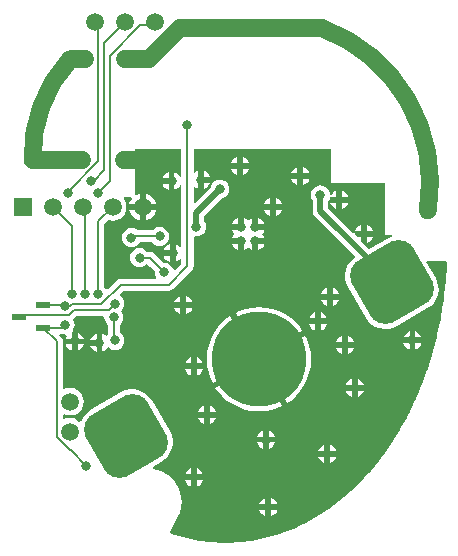
<source format=gbl>
%FSLAX44Y44*%
%MOMM*%
G71*
G01*
G75*
G04 Layer_Physical_Order=2*
G04 Layer_Color=16711680*
%ADD10C,1.5000*%
%ADD11R,0.8000X0.9000*%
%ADD12R,0.9000X0.8000*%
%ADD13R,1.0500X0.2500*%
%ADD14R,0.2500X1.0500*%
%ADD15R,2.5000X2.5000*%
%ADD16R,1.5000X1.3000*%
%ADD17R,0.8000X1.1000*%
%ADD18R,1.1000X0.8000*%
G04:AMPARAMS|DCode=19|XSize=2.5mm|YSize=2mm|CornerRadius=0.5mm|HoleSize=0mm|Usage=FLASHONLY|Rotation=0.000|XOffset=0mm|YOffset=0mm|HoleType=Round|Shape=RoundedRectangle|*
%AMROUNDEDRECTD19*
21,1,2.5000,1.0000,0,0,0.0*
21,1,1.5000,2.0000,0,0,0.0*
1,1,1.0000,0.7500,-0.5000*
1,1,1.0000,-0.7500,-0.5000*
1,1,1.0000,-0.7500,0.5000*
1,1,1.0000,0.7500,0.5000*
%
%ADD19ROUNDEDRECTD19*%
%ADD20R,2.0000X1.4000*%
%ADD21O,0.3000X2.1000*%
%ADD22O,2.1000X0.3000*%
%ADD23C,0.5000*%
%ADD24C,0.2000*%
%ADD25C,0.7500*%
%ADD26C,0.3000*%
%ADD27C,0.4000*%
%ADD28C,1.5000*%
%ADD29R,1.5000X1.5000*%
%ADD30C,0.8000*%
%ADD31R,1.3000X0.6000*%
%ADD32C,8.0000*%
G04:AMPARAMS|DCode=33|XSize=6mm|YSize=6mm|CornerRadius=1.5mm|HoleSize=0mm|Usage=FLASHONLY|Rotation=300.000|XOffset=0mm|YOffset=0mm|HoleType=Round|Shape=RoundedRectangle|*
%AMROUNDEDRECTD33*
21,1,6.0000,3.0000,0,0,300.0*
21,1,3.0000,6.0000,0,0,300.0*
1,1,3.0000,-0.5490,-2.0490*
1,1,3.0000,-2.0490,0.5490*
1,1,3.0000,0.5490,2.0490*
1,1,3.0000,2.0490,-0.5490*
%
%ADD33ROUNDEDRECTD33*%
G36*
X1089000Y1054000D02*
X1135000D01*
Y1011000D01*
X1136000Y1010000D01*
X1140518D01*
X1140663Y1008738D01*
X1139937Y1008569D01*
X1136528Y1007025D01*
X1121504Y998351D01*
X1116975Y1002880D01*
X1117000Y1002931D01*
X1116914Y1002942D01*
X1114500Y1005356D01*
Y1008500D01*
X1111356D01*
X1108942Y1010914D01*
X1108931Y1011000D01*
X1109109Y1012356D01*
X1107907Y1011948D01*
X1086556Y1033299D01*
Y1038722D01*
X1087564Y1039495D01*
X1088013Y1039374D01*
X1087931Y1040000D01*
X1088205Y1042088D01*
X1088376Y1042500D01*
X1093500D01*
Y1047624D01*
X1091965Y1046988D01*
X1090294Y1045706D01*
X1089213Y1044297D01*
X1087987Y1044626D01*
X1087794Y1046088D01*
X1086988Y1048035D01*
X1085706Y1049706D01*
X1084035Y1050988D01*
X1082088Y1051794D01*
X1080000Y1052069D01*
X1077912Y1051794D01*
X1075965Y1050988D01*
X1074294Y1049706D01*
X1073012Y1048035D01*
X1072206Y1046088D01*
X1071931Y1044000D01*
X1072206Y1041912D01*
X1073012Y1039966D01*
X1073444Y1039403D01*
Y1030583D01*
X1073667Y1028886D01*
X1073939Y1028232D01*
X1074322Y1027305D01*
X1075364Y1025947D01*
X1109119Y992193D01*
X1109015Y990927D01*
X1107505Y989844D01*
X1104946Y987113D01*
X1102970Y983934D01*
X1101652Y980432D01*
X1101042Y976739D01*
X1101164Y972998D01*
X1102014Y969353D01*
X1103559Y965944D01*
X1118559Y939964D01*
X1120739Y936921D01*
X1123471Y934363D01*
X1126649Y932387D01*
X1130152Y931068D01*
X1133844Y930459D01*
X1137585Y930581D01*
X1141230Y931431D01*
X1144639Y932975D01*
X1170620Y947975D01*
X1173662Y950156D01*
X1176220Y952887D01*
X1178197Y956066D01*
X1179515Y959568D01*
X1180125Y963261D01*
X1180002Y967002D01*
X1179152Y970647D01*
X1177608Y974056D01*
X1169783Y987609D01*
X1170000Y987912D01*
X1186274D01*
X1187156Y986998D01*
X1187127Y986218D01*
X1186981Y983033D01*
X1186803Y979850D01*
X1186595Y976665D01*
X1186357Y973489D01*
X1186089Y970317D01*
X1185790Y967147D01*
X1185460Y963983D01*
X1185101Y960828D01*
X1184712Y957678D01*
X1184292Y954532D01*
X1183842Y951395D01*
X1183363Y948268D01*
X1182854Y945148D01*
X1182315Y942036D01*
X1181746Y938935D01*
X1181148Y935844D01*
X1180520Y932763D01*
X1179863Y929695D01*
X1179176Y926634D01*
X1178461Y923589D01*
X1177717Y920557D01*
X1176943Y917533D01*
X1176141Y914529D01*
X1175310Y911534D01*
X1174451Y908557D01*
X1173563Y905591D01*
X1172647Y902644D01*
X1171704Y899712D01*
X1170732Y896796D01*
X1169733Y893897D01*
X1168706Y891016D01*
X1167652Y888152D01*
X1166571Y885307D01*
X1165462Y882480D01*
X1164328Y879675D01*
X1163165Y876885D01*
X1161978Y874119D01*
X1160763Y871371D01*
X1159523Y868646D01*
X1158257Y865942D01*
X1156965Y863260D01*
X1155648Y860599D01*
X1154307Y857964D01*
X1152940Y855350D01*
X1151548Y852760D01*
X1150131Y850192D01*
X1148691Y847652D01*
X1147227Y845134D01*
X1145740Y842646D01*
X1144228Y840178D01*
X1142694Y837739D01*
X1141136Y835326D01*
X1139557Y832940D01*
X1137954Y830582D01*
X1136330Y828251D01*
X1134683Y825947D01*
X1133016Y823673D01*
X1131326Y821426D01*
X1129616Y819210D01*
X1127885Y817023D01*
X1126135Y814866D01*
X1124363Y812738D01*
X1122572Y810641D01*
X1120762Y808576D01*
X1118932Y806541D01*
X1117083Y804538D01*
X1115218Y802568D01*
X1113332Y800628D01*
X1111428Y798721D01*
X1109507Y796846D01*
X1107568Y795005D01*
X1105614Y793197D01*
X1103642Y791423D01*
X1101655Y789683D01*
X1099650Y787976D01*
X1097631Y786304D01*
X1095597Y784668D01*
X1093547Y783065D01*
X1091481Y781497D01*
X1089404Y779965D01*
X1087310Y778468D01*
X1085205Y777008D01*
X1083086Y775583D01*
X1080953Y774194D01*
X1078809Y772843D01*
X1076651Y771527D01*
X1074483Y770249D01*
X1072303Y769007D01*
X1070110Y767802D01*
X1067910Y766636D01*
X1065695Y765505D01*
X1063474Y764414D01*
X1061240Y763359D01*
X1058999Y762344D01*
X1056749Y761366D01*
X1054489Y760426D01*
X1052229Y759528D01*
X1048913Y758284D01*
X1045589Y757124D01*
X1042252Y756048D01*
X1038900Y755052D01*
X1035535Y754140D01*
X1032160Y753310D01*
X1028774Y752563D01*
X1025379Y751900D01*
X1021977Y751320D01*
X1018567Y750823D01*
X1015153Y750410D01*
X1011732Y750080D01*
X1008307Y749835D01*
X1004881Y749673D01*
X1001453Y749596D01*
X998024Y749602D01*
X994597Y749693D01*
X991169Y749867D01*
X987747Y750125D01*
X984327Y750467D01*
X980912Y750893D01*
X977504Y751403D01*
X974102Y751995D01*
X970708Y752672D01*
X967324Y753431D01*
X963951Y754274D01*
X960588Y755199D01*
X957238Y756207D01*
X953903Y757296D01*
X953463Y757451D01*
X952991Y758631D01*
X960638Y773638D01*
X960687Y773813D01*
X960789Y773965D01*
X960831Y774174D01*
X960831Y774175D01*
X960831Y774175D01*
X960819Y774201D01*
X961169Y775047D01*
X962224Y779441D01*
X962579Y783945D01*
X962224Y788450D01*
X961169Y792844D01*
X959440Y797018D01*
X957079Y800871D01*
X954145Y804307D01*
X950709Y807241D01*
X946856Y809602D01*
X942682Y811331D01*
X938288Y812386D01*
X938208Y812392D01*
X937928Y813631D01*
X945453Y817975D01*
X948495Y820156D01*
X951054Y822887D01*
X953030Y826066D01*
X954349Y829568D01*
X954958Y833261D01*
X954836Y837002D01*
X953986Y840647D01*
X952441Y844056D01*
X937441Y870036D01*
X935261Y873079D01*
X932530Y875637D01*
X929351Y877613D01*
X925848Y878932D01*
X922156Y879541D01*
X918415Y879419D01*
X914770Y878569D01*
X911361Y877025D01*
X885380Y862025D01*
X882338Y859844D01*
X879780Y857113D01*
X877803Y853934D01*
X877197Y852324D01*
X875976Y851975D01*
X873800Y853645D01*
X871002Y854804D01*
X868000Y855199D01*
X864998Y854804D01*
X863154Y854040D01*
X862098Y854746D01*
Y857854D01*
X863154Y858560D01*
X864998Y857796D01*
X868000Y857401D01*
X871002Y857796D01*
X873800Y858955D01*
X876202Y860798D01*
X878045Y863200D01*
X879204Y865998D01*
X879599Y869000D01*
X879204Y872002D01*
X878045Y874800D01*
X876202Y877202D01*
X873800Y879045D01*
X871002Y880204D01*
X868000Y880599D01*
X864998Y880204D01*
X863154Y879440D01*
X862098Y880146D01*
Y920000D01*
X861774Y921627D01*
X861710Y921951D01*
X860605Y923605D01*
X858981Y925229D01*
X859467Y926402D01*
X860500D01*
X861134Y926528D01*
X861912Y926206D01*
X864000Y925931D01*
X864000Y925931D01*
X864000Y925931D01*
X864993Y925833D01*
X865498Y924668D01*
X865012Y924035D01*
X864376Y922500D01*
X869500D01*
Y927624D01*
X869911Y927795D01*
X871998Y928069D01*
X870746Y928192D01*
X870266Y929024D01*
X870988Y929966D01*
X871794Y931912D01*
X872069Y934000D01*
X871794Y936088D01*
X870988Y938035D01*
X870643Y938484D01*
X870711Y938895D01*
X873718Y941902D01*
X896259D01*
X897096Y940947D01*
X897038Y940500D01*
X897312Y938412D01*
X898119Y936466D01*
X899401Y934794D01*
X900009Y934328D01*
Y926333D01*
X899012Y925034D01*
X897415Y925696D01*
X897035Y925988D01*
X895500Y926624D01*
Y918997D01*
Y911376D01*
X897035Y912012D01*
X898706Y913294D01*
X899988Y914966D01*
X901585Y914304D01*
X901965Y914012D01*
X903912Y913206D01*
X906000Y912931D01*
X908088Y913206D01*
X910034Y914012D01*
X911706Y915294D01*
X912988Y916965D01*
X913794Y918912D01*
X914069Y921000D01*
X913794Y923088D01*
X912988Y925034D01*
X911706Y926706D01*
X910204Y927858D01*
Y934328D01*
X910812Y934794D01*
X912094Y936466D01*
X912901Y938412D01*
X913176Y940500D01*
X912901Y942588D01*
X912094Y944535D01*
X911100Y945830D01*
X911706Y946294D01*
X912988Y947965D01*
X913794Y949912D01*
X914069Y952000D01*
X913794Y954088D01*
X912988Y956034D01*
X911706Y957706D01*
X910034Y958988D01*
X909896Y959686D01*
X913112Y962902D01*
X952000D01*
X953951Y963290D01*
X955605Y964395D01*
X971105Y979895D01*
X972210Y981549D01*
X972274Y981873D01*
X972598Y983500D01*
Y1008284D01*
X973553Y1009121D01*
X975000Y1008931D01*
X977088Y1009206D01*
X979035Y1010012D01*
X980706Y1011294D01*
X981988Y1012965D01*
X982794Y1014912D01*
X983069Y1017000D01*
X982794Y1019088D01*
X981988Y1021034D01*
X981556Y1021597D01*
Y1026284D01*
X996385Y1041113D01*
X997088Y1041206D01*
X999035Y1042012D01*
X1000706Y1043294D01*
X1001988Y1044966D01*
X1002794Y1046912D01*
X1003069Y1049000D01*
X1002794Y1051088D01*
X1001988Y1053035D01*
X1000706Y1054706D01*
X999035Y1055988D01*
X997088Y1056794D01*
X995000Y1057069D01*
X992912Y1056794D01*
X990965Y1055988D01*
X989294Y1054706D01*
X988012Y1053035D01*
X987206Y1051088D01*
X987113Y1050385D01*
X973771Y1037043D01*
X972598Y1037529D01*
Y1050393D01*
X973737Y1050955D01*
X974966Y1050012D01*
X976500Y1049376D01*
Y1056998D01*
Y1064624D01*
X974966Y1063988D01*
X973737Y1063045D01*
X972598Y1063607D01*
Y1083000D01*
X1089000D01*
Y1054000D01*
D02*
G37*
G36*
X962402Y1059876D02*
X961156Y1059628D01*
X960988Y1060034D01*
X959706Y1061706D01*
X958035Y1062988D01*
X956500Y1063624D01*
Y1055997D01*
Y1048376D01*
X958035Y1049012D01*
X959706Y1050294D01*
X960988Y1051965D01*
X961156Y1052372D01*
X962402Y1052124D01*
Y1000470D01*
X961199Y1000062D01*
X960706Y1000706D01*
X959035Y1001988D01*
X957500Y1002624D01*
Y994997D01*
Y987376D01*
X959035Y988012D01*
X960706Y989294D01*
X961199Y989938D01*
X962402Y989530D01*
Y985612D01*
X956977Y980187D01*
X955794Y980589D01*
X954988Y982534D01*
X953706Y984206D01*
X952035Y985488D01*
X950088Y986294D01*
X948000Y986569D01*
X947241Y986469D01*
X939107Y994603D01*
X937453Y995708D01*
X935502Y996096D01*
X933170D01*
X932704Y996704D01*
X931033Y997986D01*
X929087Y998792D01*
X926998Y999067D01*
X924910Y998792D01*
X922964Y997986D01*
X921292Y996704D01*
X920010Y995033D01*
X919204Y993086D01*
X918929Y990998D01*
X919204Y988910D01*
X920010Y986964D01*
X921292Y985292D01*
X922964Y984010D01*
X924910Y983204D01*
X926998Y982929D01*
X929087Y983204D01*
X931033Y984010D01*
X932704Y985292D01*
X938266Y981024D01*
X938266Y981024D01*
X938266Y981024D01*
X940031Y979259D01*
X939931Y978500D01*
X940206Y976412D01*
X941012Y974465D01*
X941187Y974237D01*
X940626Y973098D01*
X911000D01*
X909049Y972710D01*
X907395Y971605D01*
X900032Y964242D01*
X898765Y964325D01*
X897706Y965706D01*
X897098Y966172D01*
Y1019688D01*
X900496Y1023087D01*
X901198Y1022796D01*
X904200Y1022401D01*
X907202Y1022796D01*
X910000Y1023955D01*
X912402Y1025798D01*
X914245Y1028200D01*
X915404Y1030998D01*
X915799Y1034000D01*
X915404Y1037002D01*
X914245Y1039800D01*
X913431Y1040861D01*
X913992Y1042000D01*
X919808D01*
X920369Y1040861D01*
X919555Y1039800D01*
X918396Y1037002D01*
X918330Y1036500D01*
X927100D01*
Y1045270D01*
X926598Y1045204D01*
X924056Y1044151D01*
X923000Y1044857D01*
Y1083000D01*
X962402D01*
Y1059876D01*
D02*
G37*
%LPC*%
G36*
X970500Y906624D02*
X968966Y905988D01*
X967294Y904706D01*
X966012Y903035D01*
X965376Y901500D01*
X970500D01*
Y906624D01*
D02*
G37*
G36*
X975500D02*
Y901500D01*
X980624D01*
X979988Y903035D01*
X978706Y904706D01*
X977035Y905988D01*
X975500Y906624D01*
D02*
G37*
G36*
X1098500Y914500D02*
X1093376D01*
X1094012Y912965D01*
X1095294Y911294D01*
X1096965Y910012D01*
X1098500Y909376D01*
Y914500D01*
D02*
G37*
G36*
X1028000Y949094D02*
X1022244Y948717D01*
X1016588Y947592D01*
X1011126Y945738D01*
X1008200Y944295D01*
X1028915Y908415D01*
X1064795Y929130D01*
X1062982Y931843D01*
X1059179Y936179D01*
X1054843Y939982D01*
X1050047Y943187D01*
X1044874Y945738D01*
X1039413Y947592D01*
X1033755Y948717D01*
X1028000Y949094D01*
D02*
G37*
G36*
X1111500Y888624D02*
Y883500D01*
X1116624D01*
X1115988Y885034D01*
X1114706Y886706D01*
X1113035Y887988D01*
X1111500Y888624D01*
D02*
G37*
G36*
X1106500D02*
X1104966Y887988D01*
X1103294Y886706D01*
X1102012Y885034D01*
X1101376Y883500D01*
X1106500D01*
Y888624D01*
D02*
G37*
G36*
X1116624Y878500D02*
X1111500D01*
Y873376D01*
X1113035Y874012D01*
X1114706Y875294D01*
X1115988Y876965D01*
X1116624Y878500D01*
D02*
G37*
G36*
X980624Y896500D02*
X975500D01*
Y891376D01*
X977035Y892012D01*
X978706Y893294D01*
X979988Y894966D01*
X980624Y896500D01*
D02*
G37*
G36*
X970500D02*
X965376D01*
X966012Y894966D01*
X967294Y893294D01*
X968966Y892012D01*
X970500Y891376D01*
Y896500D01*
D02*
G37*
G36*
X1003870Y941795D02*
X1001157Y939982D01*
X996821Y936179D01*
X993018Y931843D01*
X989813Y927047D01*
X987262Y921874D01*
X985408Y916413D01*
X984283Y910755D01*
X983906Y905000D01*
X984283Y899245D01*
X985408Y893587D01*
X987262Y888126D01*
X988705Y885200D01*
X1024585Y905915D01*
X1003870Y941795D01*
D02*
G37*
G36*
X1108624Y914500D02*
X1103500D01*
Y909376D01*
X1105034Y910012D01*
X1106706Y911294D01*
X1107988Y912965D01*
X1108624Y914500D01*
D02*
G37*
G36*
X890500Y926624D02*
X888966Y925988D01*
X887294Y924706D01*
X886012Y923035D01*
X885376Y921500D01*
X890500D01*
Y926624D01*
D02*
G37*
G36*
X1103500Y924624D02*
Y919500D01*
X1108624D01*
X1107988Y921034D01*
X1106706Y922706D01*
X1105034Y923988D01*
X1103500Y924624D01*
D02*
G37*
G36*
X874500Y927624D02*
Y922500D01*
X879624D01*
X878988Y924035D01*
X877706Y925706D01*
X876034Y926988D01*
X874500Y927624D01*
D02*
G37*
G36*
X1160500Y928624D02*
Y923500D01*
X1165624D01*
X1164988Y925034D01*
X1163706Y926706D01*
X1162035Y927988D01*
X1160500Y928624D01*
D02*
G37*
G36*
X1155500D02*
X1153966Y927988D01*
X1152294Y926706D01*
X1151012Y925034D01*
X1150376Y923500D01*
X1155500D01*
Y928624D01*
D02*
G37*
G36*
X1098500Y924624D02*
X1096965Y923988D01*
X1095294Y922706D01*
X1094012Y921034D01*
X1093376Y919500D01*
X1098500D01*
Y924624D01*
D02*
G37*
G36*
X869500Y917500D02*
X864376D01*
X865012Y915965D01*
X866294Y914294D01*
X867965Y913012D01*
X869500Y912376D01*
Y917500D01*
D02*
G37*
G36*
X890500Y916500D02*
X885376D01*
X886012Y914966D01*
X887294Y913294D01*
X888966Y912012D01*
X890500Y911376D01*
Y916500D01*
D02*
G37*
G36*
X879624Y917500D02*
X874500D01*
Y912376D01*
X876034Y913012D01*
X877706Y914294D01*
X878988Y915965D01*
X879624Y917500D01*
D02*
G37*
G36*
X1165624Y918500D02*
X1160500D01*
Y913376D01*
X1162035Y914012D01*
X1163706Y915294D01*
X1164988Y916965D01*
X1165624Y918500D01*
D02*
G37*
G36*
X1155500D02*
X1150376D01*
X1151012Y916965D01*
X1152294Y915294D01*
X1153966Y914012D01*
X1155500Y913376D01*
Y918500D01*
D02*
G37*
G36*
X1106500Y878500D02*
X1101376D01*
X1102012Y876965D01*
X1103294Y875294D01*
X1104966Y874012D01*
X1106500Y873376D01*
Y878500D01*
D02*
G37*
G36*
X975500Y812624D02*
Y807500D01*
X980624D01*
X979988Y809035D01*
X978706Y810706D01*
X977035Y811988D01*
X975500Y812624D01*
D02*
G37*
G36*
X970500D02*
X968966Y811988D01*
X967294Y810706D01*
X966012Y809035D01*
X965376Y807500D01*
X970500D01*
Y812624D01*
D02*
G37*
G36*
X1083500Y822500D02*
X1078376D01*
X1079012Y820965D01*
X1080294Y819294D01*
X1081965Y818012D01*
X1083500Y817376D01*
Y822500D01*
D02*
G37*
G36*
Y832624D02*
X1081965Y831988D01*
X1080294Y830706D01*
X1079012Y829035D01*
X1078376Y827500D01*
X1083500D01*
Y832624D01*
D02*
G37*
G36*
X1093624Y822500D02*
X1088500D01*
Y817376D01*
X1090034Y818012D01*
X1091706Y819294D01*
X1092988Y820965D01*
X1093624Y822500D01*
D02*
G37*
G36*
X980624Y802500D02*
X975500D01*
Y797376D01*
X977035Y798012D01*
X978706Y799294D01*
X979988Y800965D01*
X980624Y802500D01*
D02*
G37*
G36*
X1043624Y777500D02*
X1038500D01*
Y772376D01*
X1040034Y773012D01*
X1041706Y774294D01*
X1042988Y775965D01*
X1043624Y777500D01*
D02*
G37*
G36*
X1033500D02*
X1028376D01*
X1029012Y775965D01*
X1030294Y774294D01*
X1031965Y773012D01*
X1033500Y772376D01*
Y777500D01*
D02*
G37*
G36*
Y787624D02*
X1031965Y786988D01*
X1030294Y785706D01*
X1029012Y784035D01*
X1028376Y782500D01*
X1033500D01*
Y787624D01*
D02*
G37*
G36*
X970500Y802500D02*
X965376D01*
X966012Y800965D01*
X967294Y799294D01*
X968966Y798012D01*
X970500Y797376D01*
Y802500D01*
D02*
G37*
G36*
X1038500Y787624D02*
Y782500D01*
X1043624D01*
X1042988Y784035D01*
X1041706Y785706D01*
X1040034Y786988D01*
X1038500Y787624D01*
D02*
G37*
G36*
X981500Y865624D02*
X979966Y864988D01*
X978294Y863706D01*
X977012Y862035D01*
X976376Y860500D01*
X981500D01*
Y865624D01*
D02*
G37*
G36*
X991624Y855500D02*
X986500D01*
Y850376D01*
X988035Y851012D01*
X989706Y852294D01*
X990988Y853966D01*
X991624Y855500D01*
D02*
G37*
G36*
X986500Y865624D02*
Y860500D01*
X991624D01*
X990988Y862035D01*
X989706Y863706D01*
X988035Y864988D01*
X986500Y865624D01*
D02*
G37*
G36*
X1067295Y924800D02*
X1031415Y904085D01*
X1052130Y868205D01*
X1054843Y870018D01*
X1059179Y873821D01*
X1062982Y878157D01*
X1066187Y882953D01*
X1068738Y888126D01*
X1070592Y893587D01*
X1071717Y899245D01*
X1072094Y905000D01*
X1071717Y910755D01*
X1070592Y916413D01*
X1068738Y921874D01*
X1067295Y924800D01*
D02*
G37*
G36*
X1027085Y901585D02*
X991205Y880870D01*
X993018Y878157D01*
X996821Y873821D01*
X1001157Y870018D01*
X1005953Y866813D01*
X1011126Y864262D01*
X1016588Y862408D01*
X1022244Y861283D01*
X1028000Y860906D01*
X1033755Y861283D01*
X1039413Y862408D01*
X1044874Y864262D01*
X1047800Y865705D01*
X1027085Y901585D01*
D02*
G37*
G36*
X981500Y855500D02*
X976376D01*
X977012Y853966D01*
X978294Y852294D01*
X979966Y851012D01*
X981500Y850376D01*
Y855500D01*
D02*
G37*
G36*
X1031500Y834500D02*
X1026376D01*
X1027012Y832965D01*
X1028294Y831294D01*
X1029966Y830012D01*
X1031500Y829376D01*
Y834500D01*
D02*
G37*
G36*
X1088500Y832624D02*
Y827500D01*
X1093624D01*
X1092988Y829035D01*
X1091706Y830706D01*
X1090034Y831988D01*
X1088500Y832624D01*
D02*
G37*
G36*
X1041624Y834500D02*
X1036500D01*
Y829376D01*
X1038035Y830012D01*
X1039706Y831294D01*
X1040988Y832965D01*
X1041624Y834500D01*
D02*
G37*
G36*
X1036500Y844624D02*
Y839500D01*
X1041624D01*
X1040988Y841034D01*
X1039706Y842706D01*
X1038035Y843988D01*
X1036500Y844624D01*
D02*
G37*
G36*
X1031500D02*
X1029966Y843988D01*
X1028294Y842706D01*
X1027012Y841034D01*
X1026376Y839500D01*
X1031500D01*
Y844624D01*
D02*
G37*
G36*
X1042498Y1041621D02*
Y1036498D01*
X1047622D01*
X1046986Y1038032D01*
X1045704Y1039704D01*
X1044032Y1040986D01*
X1042498Y1041621D01*
D02*
G37*
G36*
X1037498D02*
X1035963Y1040986D01*
X1034292Y1039704D01*
X1033010Y1038032D01*
X1032374Y1036498D01*
X1037498D01*
Y1041621D01*
D02*
G37*
G36*
X932100Y1045270D02*
Y1036500D01*
X940870D01*
X940804Y1037002D01*
X939645Y1039800D01*
X937802Y1042202D01*
X935400Y1044045D01*
X932602Y1045204D01*
X932100Y1045270D01*
D02*
G37*
G36*
X951500Y1053500D02*
X946376D01*
X947012Y1051965D01*
X948294Y1050294D01*
X949966Y1049012D01*
X951500Y1048376D01*
Y1053500D01*
D02*
G37*
G36*
X1098500Y1047624D02*
Y1042500D01*
X1103624D01*
X1102988Y1044035D01*
X1101706Y1045706D01*
X1100034Y1046988D01*
X1098500Y1047624D01*
D02*
G37*
G36*
X1103624Y1037500D02*
X1098500D01*
Y1032376D01*
X1100034Y1033012D01*
X1101706Y1034294D01*
X1102988Y1035965D01*
X1103624Y1037500D01*
D02*
G37*
G36*
X940870Y1031500D02*
X932100D01*
Y1022730D01*
X932602Y1022796D01*
X935400Y1023955D01*
X937802Y1025798D01*
X939645Y1028200D01*
X940804Y1030998D01*
X940870Y1031500D01*
D02*
G37*
G36*
X927100D02*
X918330D01*
X918396Y1030998D01*
X919555Y1028200D01*
X921398Y1025798D01*
X923800Y1023955D01*
X926598Y1022796D01*
X927100Y1022730D01*
Y1031500D01*
D02*
G37*
G36*
X1037498Y1031498D02*
X1032374D01*
X1033010Y1029963D01*
X1034292Y1028292D01*
X1035963Y1027010D01*
X1037498Y1026374D01*
Y1031498D01*
D02*
G37*
G36*
X1093500Y1037500D02*
X1088376D01*
X1089012Y1035965D01*
X1090294Y1034294D01*
X1091965Y1033012D01*
X1093500Y1032376D01*
Y1037500D01*
D02*
G37*
G36*
X1047622Y1031498D02*
X1042498D01*
Y1026374D01*
X1044032Y1027010D01*
X1045704Y1028292D01*
X1046986Y1029963D01*
X1047622Y1031498D01*
D02*
G37*
G36*
X1060500Y1067624D02*
X1058966Y1066988D01*
X1057294Y1065706D01*
X1056012Y1064035D01*
X1055376Y1062500D01*
X1060500D01*
Y1067624D01*
D02*
G37*
G36*
X1019624Y1066250D02*
X1014500D01*
Y1061126D01*
X1016034Y1061762D01*
X1017706Y1063044D01*
X1018988Y1064715D01*
X1019624Y1066250D01*
D02*
G37*
G36*
X1065500Y1067624D02*
Y1062500D01*
X1070624D01*
X1069988Y1064035D01*
X1068706Y1065706D01*
X1067035Y1066988D01*
X1065500Y1067624D01*
D02*
G37*
G36*
X1014500Y1076374D02*
Y1071250D01*
X1019624D01*
X1018988Y1072785D01*
X1017706Y1074456D01*
X1016034Y1075738D01*
X1014500Y1076374D01*
D02*
G37*
G36*
X1009500D02*
X1007965Y1075738D01*
X1006294Y1074456D01*
X1005012Y1072785D01*
X1004377Y1071250D01*
X1009500D01*
Y1076374D01*
D02*
G37*
G36*
Y1066250D02*
X1004377D01*
X1005012Y1064715D01*
X1006294Y1063044D01*
X1007965Y1061762D01*
X1009500Y1061126D01*
Y1066250D01*
D02*
G37*
G36*
X1060500Y1057500D02*
X1055376D01*
X1056012Y1055965D01*
X1057294Y1054294D01*
X1058966Y1053012D01*
X1060500Y1052376D01*
Y1057500D01*
D02*
G37*
G36*
X986624Y1054500D02*
X981500D01*
Y1049376D01*
X983035Y1050012D01*
X984706Y1051294D01*
X985988Y1052965D01*
X986624Y1054500D01*
D02*
G37*
G36*
X1070624Y1057500D02*
X1065500D01*
Y1052376D01*
X1067035Y1053012D01*
X1068706Y1054294D01*
X1069988Y1055965D01*
X1070624Y1057500D01*
D02*
G37*
G36*
X981500Y1064624D02*
Y1059500D01*
X986624D01*
X985988Y1061034D01*
X984706Y1062706D01*
X983035Y1063988D01*
X981500Y1064624D01*
D02*
G37*
G36*
X951500Y1063624D02*
X949966Y1062988D01*
X948294Y1061706D01*
X947012Y1060034D01*
X946376Y1058500D01*
X951500D01*
Y1063624D01*
D02*
G37*
G36*
X1022500Y1024624D02*
X1020965Y1023988D01*
X1019294Y1022706D01*
X1018706D01*
X1017035Y1023988D01*
X1015500Y1024624D01*
Y1016998D01*
X1013002D01*
Y1014500D01*
X1005376D01*
X1006012Y1012965D01*
X1007294Y1011294D01*
Y1010706D01*
X1006012Y1009035D01*
X1005376Y1007500D01*
X1013002D01*
Y1005003D01*
X1015500D01*
Y997376D01*
X1017035Y998012D01*
X1018706Y999294D01*
X1019294D01*
X1020965Y998012D01*
X1022500Y997376D01*
Y1005003D01*
X1024997D01*
Y1007500D01*
X1032624D01*
X1031988Y1009035D01*
X1030706Y1010706D01*
Y1011294D01*
X1031988Y1012965D01*
X1032624Y1014500D01*
X1024997D01*
Y1016998D01*
X1022500D01*
Y1024624D01*
D02*
G37*
G36*
X1095624Y955500D02*
X1090500D01*
Y950376D01*
X1092035Y951012D01*
X1093706Y952294D01*
X1094988Y953966D01*
X1095624Y955500D01*
D02*
G37*
G36*
X1085500D02*
X1080376D01*
X1081012Y953966D01*
X1082294Y952294D01*
X1083966Y951012D01*
X1085500Y950376D01*
Y955500D01*
D02*
G37*
G36*
X961500Y958624D02*
X959966Y957988D01*
X958294Y956706D01*
X957012Y955034D01*
X956376Y953500D01*
X961500D01*
Y958624D01*
D02*
G37*
G36*
X1085500Y965624D02*
X1083966Y964988D01*
X1082294Y963706D01*
X1081012Y962035D01*
X1080376Y960500D01*
X1085500D01*
Y965624D01*
D02*
G37*
G36*
X966500Y958624D02*
Y953500D01*
X971624D01*
X970988Y955034D01*
X969706Y956706D01*
X968035Y957988D01*
X966500Y958624D01*
D02*
G37*
G36*
X971624Y948500D02*
X966500D01*
Y943376D01*
X968035Y944012D01*
X969706Y945294D01*
X970988Y946965D01*
X971624Y948500D01*
D02*
G37*
G36*
X1085624Y934500D02*
X1080500D01*
Y929376D01*
X1082035Y930012D01*
X1083706Y931294D01*
X1084988Y932965D01*
X1085624Y934500D01*
D02*
G37*
G36*
X1075500D02*
X1070376D01*
X1071012Y932965D01*
X1072294Y931294D01*
X1073966Y930012D01*
X1075500Y929376D01*
Y934500D01*
D02*
G37*
G36*
Y944624D02*
X1073966Y943988D01*
X1072294Y942706D01*
X1071012Y941034D01*
X1070376Y939500D01*
X1075500D01*
Y944624D01*
D02*
G37*
G36*
X961500Y948500D02*
X956376D01*
X957012Y946965D01*
X958294Y945294D01*
X959966Y944012D01*
X961500Y943376D01*
Y948500D01*
D02*
G37*
G36*
X1080500Y944624D02*
Y939500D01*
X1085624D01*
X1084988Y941034D01*
X1083706Y942706D01*
X1082035Y943988D01*
X1080500Y944624D01*
D02*
G37*
G36*
X1119500Y1018624D02*
Y1013500D01*
X1124624D01*
X1123988Y1015034D01*
X1122706Y1016706D01*
X1121034Y1017988D01*
X1119500Y1018624D01*
D02*
G37*
G36*
X1114500D02*
X1112965Y1017988D01*
X1111294Y1016706D01*
X1110012Y1015034D01*
X1109376Y1013500D01*
X1114500D01*
Y1018624D01*
D02*
G37*
G36*
X944000Y1017069D02*
X941912Y1016794D01*
X939966Y1015988D01*
X938294Y1014706D01*
X937828Y1014098D01*
X925190D01*
X924033Y1014986D01*
X922087Y1015792D01*
X919998Y1016067D01*
X917910Y1015792D01*
X915964Y1014986D01*
X914293Y1013704D01*
X913010Y1012032D01*
X912204Y1010086D01*
X911929Y1007998D01*
X912204Y1005910D01*
X913010Y1003963D01*
X914293Y1002292D01*
X915964Y1001010D01*
X917910Y1000204D01*
X919998Y999929D01*
X922087Y1000204D01*
X924033Y1001010D01*
X925704Y1002292D01*
X926939Y1003902D01*
X937828D01*
X938294Y1003294D01*
X939966Y1002012D01*
X941912Y1001206D01*
X944000Y1000931D01*
X946088Y1001206D01*
X948035Y1002012D01*
X949706Y1003294D01*
X950988Y1004966D01*
X951794Y1006912D01*
X952069Y1009000D01*
X951794Y1011088D01*
X950988Y1013035D01*
X949706Y1014706D01*
X948035Y1015988D01*
X946088Y1016794D01*
X944000Y1017069D01*
D02*
G37*
G36*
X1027500Y1024624D02*
Y1019500D01*
X1032624D01*
X1031988Y1021034D01*
X1030706Y1022706D01*
X1029035Y1023988D01*
X1027500Y1024624D01*
D02*
G37*
G36*
X1010500D02*
X1008966Y1023988D01*
X1007294Y1022706D01*
X1006012Y1021034D01*
X1005376Y1019500D01*
X1010500D01*
Y1024624D01*
D02*
G37*
G36*
X1124624Y1008500D02*
X1119500D01*
Y1003376D01*
X1121034Y1004012D01*
X1122706Y1005294D01*
X1123988Y1006965D01*
X1124624Y1008500D01*
D02*
G37*
G36*
X952500Y992500D02*
X947376D01*
X948012Y990965D01*
X949294Y989294D01*
X950965Y988012D01*
X952500Y987376D01*
Y992500D01*
D02*
G37*
G36*
X1090500Y965624D02*
Y960500D01*
X1095624D01*
X1094988Y962035D01*
X1093706Y963706D01*
X1092035Y964988D01*
X1090500Y965624D01*
D02*
G37*
G36*
X1010500Y1002500D02*
X1005376D01*
X1006012Y1000965D01*
X1007294Y999294D01*
X1008966Y998012D01*
X1010500Y997376D01*
Y1002500D01*
D02*
G37*
G36*
X952500Y1002624D02*
X950965Y1001988D01*
X949294Y1000706D01*
X948012Y999035D01*
X947376Y997500D01*
X952500D01*
Y1002624D01*
D02*
G37*
G36*
X1032624Y1002500D02*
X1027500D01*
Y997376D01*
X1029035Y998012D01*
X1030706Y999294D01*
X1031988Y1000965D01*
X1032624Y1002500D01*
D02*
G37*
%LPD*%
D10*
X868076Y1158930D02*
G03*
X836385Y1073976I88254J-81310D01*
G01*
X1170995Y1031005D02*
G03*
X1080783Y1185577I-138095J23015D01*
G01*
X935000Y1159000D02*
X961570Y1185570D01*
X914556Y1159000D02*
X935000D01*
X870076Y1158930D02*
X881000D01*
X914000Y1074000D02*
X928000D01*
X836385Y1073976D02*
X877814D01*
X961000Y1185577D02*
X1080783D01*
D23*
X1080000Y1030583D02*
Y1044000D01*
Y1030583D02*
X1140583Y970000D01*
X975000Y1017000D02*
Y1029000D01*
X995000Y1049000D01*
D24*
X857000Y839044D02*
X868044Y828000D01*
X905107Y921893D02*
X906000Y921000D01*
X905107Y921893D02*
Y940500D01*
X901000Y947000D02*
X906000Y952000D01*
X871607Y947000D02*
X901000D01*
X911000Y968000D02*
X952000D01*
X894500Y951500D02*
X911000Y968000D01*
X869743Y951500D02*
X894500D01*
X952000Y968000D02*
X967500Y983500D01*
X853400Y1034000D02*
X869998Y1017402D01*
Y959998D02*
Y1017402D01*
X867107Y942500D02*
X871607Y947000D01*
X868243Y950000D02*
X869743Y951500D01*
X824500Y941000D02*
X826000Y942500D01*
X867107D01*
X878800Y1034000D02*
X881000Y1031800D01*
Y960000D02*
Y1031800D01*
X892000Y1021800D02*
X904200Y1034000D01*
X892000Y960000D02*
Y1021800D01*
X864000Y950000D02*
X868243D01*
X864000Y934000D02*
Y935000D01*
X857000Y839044D02*
Y920000D01*
X845500Y931500D02*
X857000Y920000D01*
X860500Y931500D02*
X864000Y935000D01*
X845500Y931500D02*
X860500D01*
X845500Y950500D02*
X862500D01*
X926998Y990998D02*
X935502D01*
X948000Y978500D01*
X919998Y1007998D02*
X921000Y1009000D01*
X944000D01*
X1039998Y1033998D02*
X1041002D01*
X967000Y1103000D02*
X967500D01*
Y983500D02*
Y1103000D01*
X869000Y828000D02*
X882000Y815000D01*
X868044Y828000D02*
X869000D01*
X885998Y1055998D02*
X887998D01*
X866000Y1046000D02*
Y1046606D01*
X927600Y1187600D02*
X940000D01*
X892000Y1046000D02*
X902000Y1056000D01*
Y1162000D01*
X927600Y1187600D01*
X887998Y1055998D02*
X897000Y1065000D01*
Y1173000D01*
X914600Y1190600D01*
X866000Y1046606D02*
X892000Y1072606D01*
Y1184800D01*
X889200Y1187600D02*
X892000Y1184800D01*
D28*
X868000Y843600D02*
D03*
Y869000D02*
D03*
X914600Y1190600D02*
D03*
X940000D02*
D03*
X889200D02*
D03*
X853400Y1034000D02*
D03*
X878800D02*
D03*
X904200D02*
D03*
X929600D02*
D03*
D29*
X828000D02*
D03*
D30*
X890000Y849000D02*
D03*
X906000Y921000D02*
D03*
X905107Y940500D02*
D03*
X869998Y959998D02*
D03*
X881000Y960000D02*
D03*
X892000D02*
D03*
X906000Y952000D02*
D03*
X864000Y950000D02*
D03*
Y934000D02*
D03*
X933000Y849000D02*
D03*
X964000Y951000D02*
D03*
X1080000Y1044000D02*
D03*
X1131000Y964000D02*
D03*
X995000Y1049000D02*
D03*
X1063000Y1060000D02*
D03*
X1012000Y1068750D02*
D03*
X948000Y978500D02*
D03*
X926998Y990998D02*
D03*
X944000Y1009000D02*
D03*
X975000Y1017000D02*
D03*
X919998Y1007998D02*
D03*
X1039998Y1033998D02*
D03*
X1013000Y1017000D02*
D03*
X1025000D02*
D03*
X1013000Y1005000D02*
D03*
X1025000D02*
D03*
X1096000Y1040000D02*
D03*
X955000Y995000D02*
D03*
X1088000Y958000D02*
D03*
X1101000Y917000D02*
D03*
X1109000Y881000D02*
D03*
X1158000Y921000D02*
D03*
X1086000Y825000D02*
D03*
X1034000Y837000D02*
D03*
X1036000Y780000D02*
D03*
X973000Y805000D02*
D03*
X984000Y858000D02*
D03*
X973000Y899000D02*
D03*
X1117000Y1011000D02*
D03*
X1078000Y937000D02*
D03*
X967000Y1103000D02*
D03*
X979000Y1057000D02*
D03*
X954000Y1056000D02*
D03*
X882000Y815000D02*
D03*
X893000Y919000D02*
D03*
X872000Y920000D02*
D03*
X866000Y1046000D02*
D03*
X892000D02*
D03*
X885998Y1055998D02*
D03*
X1170995Y1031005D02*
D03*
X1168000Y1092000D02*
D03*
X1138000Y1147000D02*
D03*
X961000Y1185577D02*
D03*
X935000Y1161000D02*
D03*
X913000Y1159000D02*
D03*
X881000Y1158930D02*
D03*
X836385Y1073976D02*
D03*
X877814D02*
D03*
X914000Y1074000D02*
D03*
X1023000Y1185577D02*
D03*
X1080783D02*
D03*
X854000Y1140000D02*
D03*
D31*
X824500Y941000D02*
D03*
X845500Y931500D02*
D03*
Y950500D02*
D03*
D32*
X1028000Y905000D02*
D03*
D33*
X1140583Y970000D02*
D03*
X915417Y840000D02*
D03*
M02*

</source>
